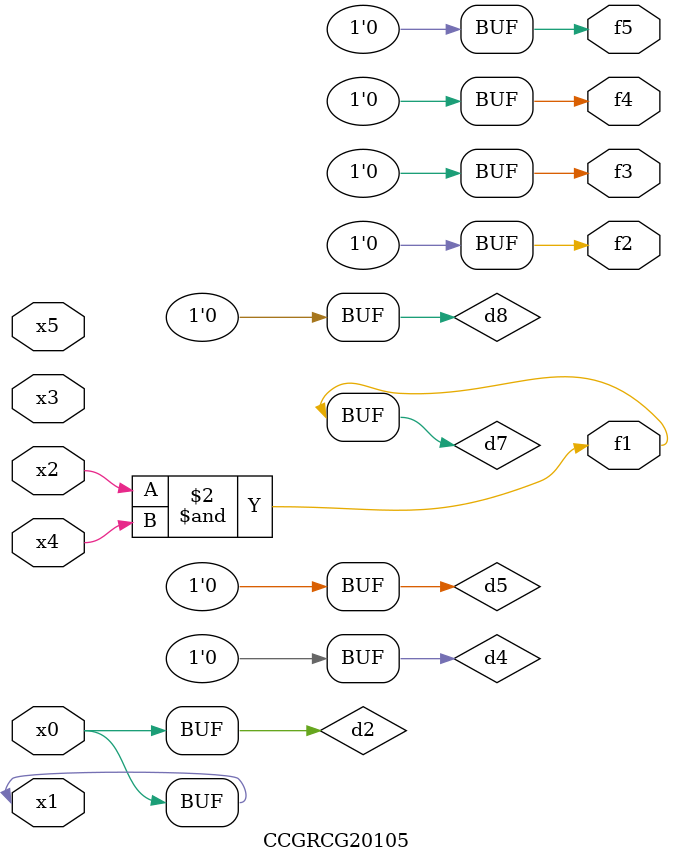
<source format=v>
module CCGRCG20105(
	input x0, x1, x2, x3, x4, x5,
	output f1, f2, f3, f4, f5
);

	wire d1, d2, d3, d4, d5, d6, d7, d8, d9;

	nand (d1, x1);
	buf (d2, x0, x1);
	nand (d3, x2, x4);
	and (d4, d1, d2);
	and (d5, d1, d2);
	nand (d6, d1, d3);
	not (d7, d3);
	xor (d8, d5);
	nor (d9, d5, d6);
	assign f1 = d7;
	assign f2 = d8;
	assign f3 = d8;
	assign f4 = d8;
	assign f5 = d8;
endmodule

</source>
